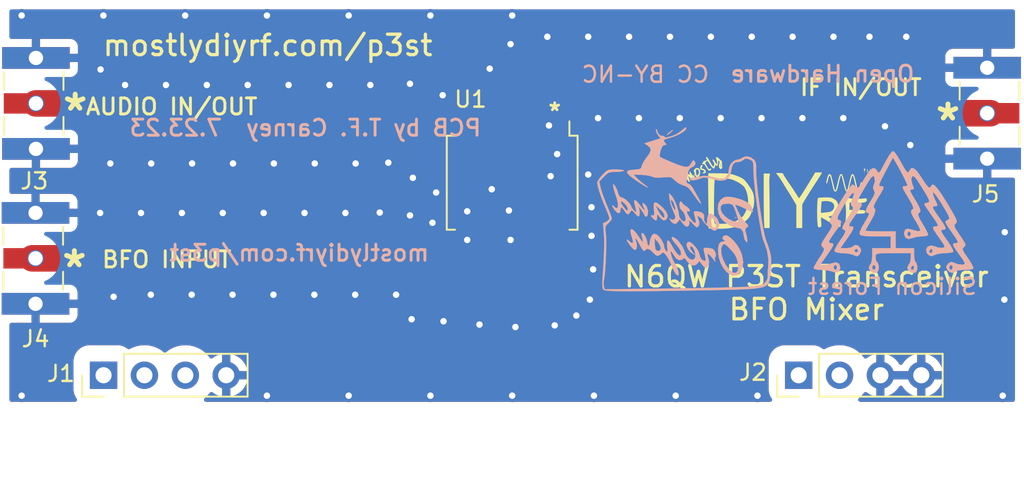
<source format=kicad_pcb>
(kicad_pcb (version 20221018) (generator pcbnew)
  (layers (0 "F.Cu" signal) (31 "B.Cu" signal) (34 "B.Paste" user) (35 "F.Paste" user) (36 "B.SilkS" user "B.Silkscreen") (37 "F.SilkS" user "F.Silkscreen") (38 "B.Mask" user) (39 "F.Mask" user) (44 "Edge.Cuts" user))
  (net 0 "")
  (net 3 "GND")
  (net 7 "Net-(J3-Pad1)")
  (net 8 "Net-(J4-Pad1)")
  (net 9 "Net-(J5-Pad1)")
  (footprint "K7TFC:SMA_EdgeMount_0.062_Samtec_wHoles" (layer "F.Cu") (at 141.859 82.55 -90)
    (fp_text reference "J3" (at 4.826 0.1016 180) (layer "F.SilkS"))
    (fp_text value "Conn_01x02" hide)
    (pad "1" thru_hole circle (at 0 0 270) (size 1.016 1.016) (drill 0.889) (layers "*.Cu" "*.Mask") (net 7 "Net-(J3-Pad1)"))
    (pad "1" smd rect (at 0 0.2 270) (size 1.27 3.6) (layers "F.Cu" "F.Paste" "F.Mask") (net 7 "Net-(J3-Pad1)"))
    (pad "2" thru_hole circle (at -2.825 0 270) (size 1.016 1.016) (drill 0.889) (layers "*.Cu" "*.Mask") (net 3 "GND"))
    (pad "2" smd rect (at -2.825 0 270) (size 1.35 4.2) (layers "F.Cu" "F.Paste" "F.Mask") (net 3 "GND"))
    (pad "2" smd rect (at -2.825 0 270) (size 1.35 4.2) (layers "B.Cu" "B.Paste" "B.Mask") (net 3 "GND"))
    (pad "2" thru_hole circle (at 2.825 0 270) (size 1.016 1.016) (drill 0.889) (layers "*.Cu" "*.Mask") (net 3 "GND"))
    (pad "2" smd rect (at 2.825 0 270) (size 1.35 4.2) (layers "F.Cu" "F.Paste" "F.Mask") (net 3 "GND"))
    (pad "2" smd rect (at 2.825 0 270) (size 1.35 4.2) (layers "B.Cu" "B.Paste" "B.Mask") (net 3 "GND"))
  )
  (footprint "K7TFC:SMA_EdgeMount_0.062_Samtec_wHoles" (layer "F.Cu") (at 141.8336 92.1766 -90)
    (fp_text reference "J4" (at 5.0038 0 180) (layer "F.SilkS"))
    (fp_text value "Conn_01x02" hide)
    (pad "1" thru_hole circle (at 0 0 270) (size 1.016 1.016) (drill 0.889) (layers "*.Cu" "*.Mask") (net 8 "Net-(J4-Pad1)"))
    (pad "1" smd rect (at 0 0.2 270) (size 1.27 3.6) (layers "F.Cu" "F.Paste" "F.Mask") (net 8 "Net-(J4-Pad1)"))
    (pad "2" thru_hole circle (at -2.825 0 270) (size 1.016 1.016) (drill 0.889) (layers "*.Cu" "*.Mask") (net 3 "GND"))
    (pad "2" smd rect (at -2.825 0 270) (size 1.35 4.2) (layers "F.Cu" "F.Paste" "F.Mask") (net 3 "GND"))
    (pad "2" smd rect (at -2.825 0 270) (size 1.35 4.2) (layers "B.Cu" "B.Paste" "B.Mask") (net 3 "GND"))
    (pad "2" thru_hole circle (at 2.825 0 270) (size 1.016 1.016) (drill 0.889) (layers "*.Cu" "*.Mask") (net 3 "GND"))
    (pad "2" smd rect (at 2.825 0 270) (size 1.35 4.2) (layers "F.Cu" "F.Paste" "F.Mask") (net 3 "GND"))
    (pad "2" smd rect (at 2.825 0 270) (size 1.35 4.2) (layers "B.Cu" "B.Paste" "B.Mask") (net 3 "GND"))
  )
  (footprint "Connector_PinHeader_2.54mm:PinHeader_1x04_P2.54mm_Vertical" (layer "F.Cu") (at 146.06 99.441 90)
    (fp_text reference "J1" (at 0.1016 -2.6516 180) (layer "F.SilkS"))
    (fp_text value "Conn_01x04_Male")
    (pad "1" thru_hole rect (at 0 0 90) (size 1.7 1.7) (drill 1) (layers "*.Cu" "*.Mask"))
    (pad "2" thru_hole oval (at 0 2.54 90) (size 1.7 1.7) (drill 1) (layers "*.Cu" "*.Mask"))
    (pad "3" thru_hole oval (at 0 5.08 90) (size 1.7 1.7) (drill 1) (layers "*.Cu" "*.Mask"))
    (pad "4" thru_hole oval (at 0 7.62 90) (size 1.7 1.7) (drill 1) (layers "*.Cu" "*.Mask") (net 3 "GND"))
  )
  (footprint "K7TFC:SMA_EdgeMount_0.062_Samtec_wHoles" (layer "F.Cu") (at 200.9648 83.1596 90)
    (fp_text reference "J5" (at -5.0292 -0.1016 180) (layer "F.SilkS"))
    (fp_text value "Conn_01x02" hide)
    (pad "1" thru_hole circle (at 0 0 90) (size 1.016 1.016) (drill 0.889) (layers "*.Cu" "*.Mask") (net 9 "Net-(J5-Pad1)"))
    (pad "1" smd rect (at 0 0.2 90) (size 1.27 3.6) (layers "F.Cu" "F.Paste" "F.Mask") (net 9 "Net-(J5-Pad1)"))
    (pad "2" thru_hole circle (at -2.825 0 90) (size 1.016 1.016) (drill 0.889) (layers "*.Cu" "*.Mask") (net 3 "GND"))
    (pad "2" smd rect (at -2.825 0 90) (size 1.35 4.2) (layers "F.Cu" "F.Paste" "F.Mask") (net 3 "GND"))
    (pad "2" smd rect (at -2.825 0 90) (size 1.35 4.2) (layers "B.Cu" "B.Paste" "B.Mask") (net 3 "GND"))
    (pad "2" thru_hole circle (at 2.825 0 90) (size 1.016 1.016) (drill 0.889) (layers "*.Cu" "*.Mask") (net 3 "GND"))
    (pad "2" smd rect (at 2.825 0 90) (size 1.35 4.2) (layers "F.Cu" "F.Paste" "F.Mask") (net 3 "GND"))
    (pad "2" smd rect (at 2.825 0 90) (size 1.35 4.2) (layers "B.Cu" "B.Paste" "B.Mask") (net 3 "GND"))
  )
  (footprint "Graphics:portland_logo_11mm" (layer "F.Cu") (at 181.4322 89.662)
    (fp_text reference "G***" hide)
    (fp_text value "LOGO" hide)
  )
  (footprint "Graphics:diyrf_12mm" (layer "F.Cu") (at 187.9092 88.0364)
    (fp_text reference "G***" hide)
    (fp_text value "LOGO" hide)
  )
  (footprint "K7TFC:Mini-Circuits_ADE-1_CD636" (layer "F.Cu") (at 171.45 87.4776 -90)
    (fp_text reference "U1" (at -5.1816 2.5908 180) (layer "F.SilkS"))
    (fp_text value "ADE-1")
    (pad "1" smd rect (at -2.7305 -2.54 270) (size 2.921 1.65) (layers "F.Cu" "F.Paste" "F.Mask") (net 3 "GND"))
    (pad "2" smd rect (at -2.54 0 270) (size 2.54 1.65) (layers "F.Cu" "F.Paste" "F.Mask") (net 9 "Net-(J5-Pad1)"))
    (pad "3" smd rect (at -2.54 2.54 270) (size 2.54 1.65) (layers "F.Cu" "F.Paste" "F.Mask") (net 7 "Net-(J3-Pad1)"))
    (pad "4" smd rect (at 2.7305 2.54 270) (size 2.921 1.65) (layers "F.Cu" "F.Paste" "F.Mask") (net 3 "GND"))
    (pad "5" smd rect (at 2.7305 0 270) (size 2.921 1.65) (layers "F.Cu" "F.Paste" "F.Mask") (net 3 "GND"))
    (pad "6" smd rect (at 2.54 -2.54 270) (size 2.54 1.65) (layers "F.Cu" "F.Paste" "F.Mask") (net 8 "Net-(J4-Pad1)"))
  )
  (footprint "Connector_PinHeader_2.54mm:PinHeader_1x04_P2.54mm_Vertical" (layer "F.Cu") (at 189.25 99.441 90)
    (fp_text reference "J2" (at 0.1778 -2.8394 180) (layer "F.SilkS"))
    (fp_text value "Conn_01x04_Male")
    (pad "1" thru_hole rect (at 0 0 90) (size 1.7 1.7) (drill 1) (layers "*.Cu" "*.Mask"))
    (pad "2" thru_hole oval (at 0 2.54 90) (size 1.7 1.7) (drill 1) (layers "*.Cu" "*.Mask"))
    (pad "3" thru_hole oval (at 0 5.08 90) (size 1.7 1.7) (drill 1) (layers "*.Cu" "*.Mask") (net 3 "GND"))
    (pad "4" thru_hole oval (at 0 7.62 90) (size 1.7 1.7) (drill 1) (layers "*.Cu" "*.Mask") (net 3 "GND"))
  )
  (footprint "Graphics:silicon-forest_10mm" (layer "B.Cu") (at 195.1736 90.3986 180)
    (fp_text reference "G***" hide)
    (fp_text value "LOGO" hide)
    (fp_text user "Silicon Forest" (at 0.1016 -3.5306 unlocked) (layer "B.SilkS") (effects (justify mirror)))
  )
  (gr_text "PCB by T.F. Carney  7.23.23\n" (at 158.5976 84.074) (layer "B.SilkS") (effects (font (size 1 1) (thickness 0.1778)) (justify mirror)))
  (gr_text "Open Hardware" (at 190.7286 80.7212) (layer "B.SilkS") (effects (font (size 1 1) (thickness 0.1778)) (justify mirror)))
  (gr_text "mostlydiyrf.com/p3st" (at 158.2166 91.8464) (layer "B.SilkS") (effects (font (size 1 1) (thickness 0.1778)) (justify mirror)))
  (gr_text "CC BY-NC" (at 179.7304 80.7466) (layer "B.SilkS") (effects (font (size 1 1)) (justify mirror)))
  (gr_text "N6QW P3ST Transceiver\nBFO Mixer" (at 189.738 94.3356) (layer "F.SilkS") (effects (font (size 1.27 1.27) (thickness 0.2032))))
  (gr_text "IF IN/OUT" (at 193.1162 81.5594) (layer "F.SilkS") (effects (font (size 1 1) (thickness 0.1778))))
  (gr_text "*" (at 174.0916 83.058) (layer "F.SilkS") (effects (font (size 1 1) (thickness 0.1778))))
  (gr_text "mostlydiyrf.com/p3st" (at 156.2608 78.9432) (layer "F.SilkS") (effects (font (size 1.27 1.27) (thickness 0.2032))))
  (gr_text "*" (at 144.2974 83.0834) (layer "F.SilkS") (effects (font (size 2.032 2.032) (thickness 0.3048))))
  (gr_text "*" (at 198.5264 83.693) (layer "F.SilkS") (effects (font (size 2.032 2.032) (thickness 0.3048))))
  (gr_text "*" (at 144.2466 92.8116) (layer "F.SilkS") (effects (font (size 2.032 2.032) (thickness 0.3048))))
  (gr_text "BFO INPUT" (at 149.987 92.2528) (layer "F.SilkS") (effects (font (size 1 1) (thickness 0.1778))))
  (gr_text "AUDIO IN/OUT" (at 150.2918 82.7532) (layer "F.SilkS") (effects (font (size 1 1) (thickness 0.180594))))
  (via (at 149.0218 86.2838) (size 0.8) (drill 0.4) (layers "F.Cu" "B.Cu") (net 3))
  (via (at 166.37 100.711) (size 0.8) (drill 0.4) (layers "F.Cu" "B.Cu") (net 3))
  (via (at 165.1 89.5096) (size 0.8) (drill 0.4) (layers "F.Cu" "B.Cu") (net 3))
  (via (at 168.656 91.0336) (size 0.8) (drill 0.4) (layers "F.Cu" "B.Cu") (net 3))
  (via (at 178.7144 78.4098) (size 0.8) (drill 0.4) (layers "F.Cu" "B.Cu") (net 3))
  (via (at 176.1744 78.4098) (size 0.8) (drill 0.4) (layers "F.Cu" "B.Cu") (net 3))
  (via (at 167.1828 96.0882) (size 0.8) (drill 0.4) (layers "F.Cu" "B.Cu") (net 3))
  (via (at 151.5618 86.2838) (size 0.8) (drill 0.4) (layers "F.Cu" "B.Cu") (net 3))
  (via (at 168.656 89.2556) (size 0.8) (drill 0.4) (layers "F.Cu" "B.Cu") (net 3))
  (via (at 176.1744 86.9696) (size 0.8) (drill 0.4) (layers "F.Cu" "B.Cu") (net 3))
  (via (at 151.13 77.089) (size 0.8) (drill 0.4) (layers "F.Cu" "B.Cu") (net 3))
  (via (at 154.1018 86.2838) (size 0.8) (drill 0.4) (layers "F.Cu" "B.Cu") (net 3))
  (via (at 145.8468 89.3572) (size 0.8) (drill 0.4) (layers "F.Cu" "B.Cu") (net 3))
  (via (at 156.21 77.089) (size 0.8) (drill 0.4) (layers "F.Cu" "B.Cu") (net 3))
  (via (at 186.3344 78.4098) (size 0.8) (drill 0.4) (layers "F.Cu" "B.Cu") (net 3))
  (via (at 153.4668 89.3572) (size 0.8) (drill 0.4) (layers "F.Cu" "B.Cu") (net 3))
  (via (at 171.3484 78.867) (size 0.8) (drill 0.4) (layers "F.Cu" "B.Cu") (net 3))
  (via (at 146.685 94.5642) (size 0.8) (drill 0.4) (layers "F.Cu" "B.Cu") (net 3))
  (via (at 196.1896 85.1408) (size 0.8) (drill 0.4) (layers "F.Cu" "B.Cu") (net 3))
  (via (at 157.5562 81.407) (size 0.8) (drill 0.4) (layers "F.Cu" "B.Cu") (net 3))
  (via (at 159.1564 94.4372) (size 0.8) (drill 0.4) (layers "F.Cu" "B.Cu") (net 3))
  (via (at 161.29 100.711) (size 0.8) (drill 0.4) (layers "F.Cu" "B.Cu") (net 3))
  (via (at 176.4792 92.8624) (size 0.8) (drill 0.4) (layers "F.Cu" "B.Cu") (net 3))
  (via (at 194.6148 83.9724) (size 0.8) (drill 0.4) (layers "F.Cu" "B.Cu") (net 3))
  (via (at 165.1 81.3308) (size 0.8) (drill 0.4) (layers "F.Cu" "B.Cu") (net 3))
  (via (at 156.6164 94.4372) (size 0.8) (drill 0.4) (layers "F.Cu" "B.Cu") (net 3))
  (via (at 147.3962 81.407) (size 0.8) (drill 0.4) (layers "F.Cu" "B.Cu") (net 3))
  (via (at 191.4144 78.4098) (size 0.8) (drill 0.4) (layers "F.Cu" "B.Cu") (net 3))
  (via (at 145.8722 80.4418) (size 0.8) (drill 0.4) (layers "F.Cu" "B.Cu") (net 3))
  (via (at 170.053 80.391) (size 0.8) (drill 0.4) (layers "F.Cu" "B.Cu") (net 3))
  (via (at 202.057 90.551) (size 0.8) (drill 0.4) (layers "F.Cu" "B.Cu") (net 3))
  (via (at 181.864 83.4644) (size 0.8) (drill 0.4) (layers "F.Cu" "B.Cu") (net 3))
  (via (at 181.2544 78.4098) (size 0.8) (drill 0.4) (layers "F.Cu" "B.Cu") (net 3))
  (via (at 161.29 77.089) (size 0.8) (drill 0.4) (layers "F.Cu" "B.Cu") (net 3))
  (via (at 171.6532 96.4438) (size 0.8) (drill 0.4) (layers "F.Cu" "B.Cu") (net 3))
  (via (at 179.324 83.4644) (size 0.8) (drill 0.4) (layers "F.Cu" "B.Cu") (net 3))
  (via (at 156.0068 89.3572) (size 0.8) (drill 0.4) (layers "F.Cu" "B.Cu") (net 3))
  (via (at 140.97 77.089) (size 0.8) (drill 0.4) (layers "F.Cu" "B.Cu") (net 3))
  (via (at 169.418 96.2914) (size 0.8) (drill 0.4) (layers "F.Cu" "B.Cu") (net 3))
  (via (at 154.0764 94.4372) (size 0.8) (drill 0.4) (layers "F.Cu" "B.Cu") (net 3))
  (via (at 149.9362 81.407) (size 0.8) (drill 0.4) (layers "F.Cu" "B.Cu") (net 3))
  (via (at 161.7218 86.2838) (size 0.8) (drill 0.4) (layers "F.Cu" "B.Cu") (net 3))
  (via (at 184.404 83.4644) (size 0.8) (drill 0.4) (layers "F.Cu" "B.Cu") (net 3))
  (via (at 148.9964 94.4372) (size 0.8) (drill 0.4) (layers "F.Cu" "B.Cu") (net 3))
  (via (at 167.132 82.042) (size 0.8) (drill 0.4) (layers "F.Cu" "B.Cu") (net 3))
  (via (at 164.2364 94.4372) (size 0.8) (drill 0.4) (layers "F.Cu" "B.Cu") (net 3))
  (via (at 189.484 83.4644) (size 0.8) (drill 0.4) (layers "F.Cu" "B.Cu") (net 3))
  (via (at 171.45 100.711) (size 0.8) (drill 0.4) (layers "F.Cu" "B.Cu") (net 3))
  (via (at 173.8376 87.0712) (size 0.8) (drill 0.4) (layers "F.Cu" "B.Cu") (net 3))
  (via (at 140.97 100.711) (size 0.8) (drill 0.4) (layers "F.Cu" "B.Cu") (net 3))
  (via (at 186.944 83.4644) (size 0.8) (drill 0.4) (layers "F.Cu" "B.Cu") (net 3))
  (via (at 163.2204 89.3318) (size 0.8) (drill 0.4) (layers "F.Cu" "B.Cu") (net 3))
  (via (at 156.21 100.711) (size 0.8) (drill 0.4) (layers "F.Cu" "B.Cu") (net 3))
  (via (at 152.4762 81.407) (size 0.8) (drill 0.4) (layers "F.Cu" "B.Cu") (net 3))
  (via (at 160.0962 81.407) (size 0.8) (drill 0.4) (layers "F.Cu" "B.Cu") (net 3))
  (via (at 176.784 83.4644) (size 0.8) (drill 0.4) (layers "F.Cu" "B.Cu") (net 3))
  (via (at 176.53 100.711) (size 0.8) (drill 0.4) (layers "F.Cu" "B.Cu") (net 3))
  (via (at 176.3776 89.0016) (size 0.8) (drill 0.4) (layers "F.Cu" "B.Cu") (net 3))
  (via (at 170.18 87.884) (size 0.8) (drill 0.4) (layers "F.Cu" "B.Cu") (net 3))
  (via (at 195.9356 78.4098) (size 0.8) (drill 0.4) (layers "F.Cu" "B.Cu") (net 3))
  (via (at 171.2468 89.2048) (size 0.8) (drill 0.4) (layers "F.Cu" "B.Cu") (net 3))
  (via (at 192.024 83.4644) (size 0.8) (drill 0.4) (layers "F.Cu" "B.Cu") (net 3))
  (via (at 146.05 77.089) (size 0.8) (drill 0.4) (layers "F.Cu" "B.Cu") (net 3))
  (via (at 159.1818 86.2838) (size 0.8) (drill 0.4) (layers "F.Cu" "B.Cu") (net 3))
  (via (at 176.3776 90.7796) (size 0.8) (drill 0.4) (layers "F.Cu" "B.Cu") (net 3))
  (via (at 156.6418 86.2838) (size 0.8) (drill 0.4) (layers "F.Cu" "B.Cu") (net 3))
  (via (at 162.6362 81.407) (size 0.8) (drill 0.4) (layers "F.Cu" "B.Cu") (net 3))
  (via (at 155.0162 81.407) (size 0.8) (drill 0.4) (layers "F.Cu" "B.Cu") (net 3))
  (via (at 175.4378 95.7326) (size 0.8) (drill 0.4) (layers "F.Cu" "B.Cu") (net 3))
  (via (at 201.93 100.711) (size 0.8) (drill 0.4) (layers "F.Cu" "B.Cu") (net 3))
  (via (at 161.0868 89.3572) (size 0.8) (drill 0.4) (layers "F.Cu" "B.Cu") (net 3))
  (via (at 151.5364 94.4372) (size 0.8) (drill 0.4) (layers "F.Cu" "B.Cu") (net 3))
  (via (at 146.4818 86.2838) (size 0.8) (drill 0.4) (layers "F.Cu" "B.Cu") (net 3))
  (via (at 165.2016 95.9612) (size 0.8) (drill 0.4) (layers "F.Cu" "B.Cu") (net 3))
  (via (at 150.9268 89.3572) (size 0.8) (drill 0.4) (layers "F.Cu" "B.Cu") (net 3))
  (via (at 176.276 94.742) (size 0.8) (drill 0.4) (layers "F.Cu" "B.Cu") (net 3))
  (via (at 173.6344 78.4098) (size 0.8) (drill 0.4) (layers "F.Cu" "B.Cu") (net 3))
  (via (at 193.6496 78.4098) (size 0.8) (drill 0.4) (layers "F.Cu" "B.Cu") (net 3))
  (via (at 148.3868 89.3572) (size 0.8) (drill 0.4) (layers "F.Cu" "B.Cu") (net 3))
  (via (at 188.8744 78.4098) (size 0.8) (drill 0.4) (layers "F.Cu" "B.Cu") (net 3))
  (via (at 166.497 89.9668) (size 0.8) (drill 0.4) (layers "F.Cu" "B.Cu") (net 3))
  (via (at 174.244 85.6996) (size 0.8) (drill 0.4) (layers "F.Cu" "B.Cu") (net 3))
  (via (at 183.7944 78.4098) (size 0.8) (drill 0.4) (layers "F.Cu" "B.Cu") (net 3))
  (via (at 165.2778 87.1728) (size 0.8) (drill 0.4) (layers "F.Cu" "B.Cu") (net 3))
  (via (at 158.5468 89.3572) (size 0.8) (drill 0.4) (layers "F.Cu" "B.Cu") (net 3))
  (via (at 163.7538 86.233) (size 0.8) (drill 0.4) (layers "F.Cu" "B.Cu") (net 3))
  (via (at 202.0316 94.742) (size 0.8) (drill 0.4) (layers "F.Cu" "B.Cu") (net 3))
  (via (at 186.69 100.711) (size 0.8) (drill 0.4) (layers "F.Cu" "B.Cu") (net 3))
  (via (at 166.7256 88.0872) (size 0.8) (drill 0.4) (layers "F.Cu" "B.Cu") (net 3))
  (via (at 171.45 77.089) (size 0.8) (drill 0.4) (layers "F.Cu" "B.Cu") (net 3))
  (via (at 181.61 100.711) (size 0.8) (drill 0.4) (layers "F.Cu" "B.Cu") (net 3))
  (via (at 174.0916 96.3422) (size 0.8) (drill 0.4) (layers "F.Cu" "B.Cu") (net 3))
  (via (at 171.3484 91.0336) (size 0.8) (drill 0.4) (layers "F.Cu" "B.Cu") (net 3))
  (via (at 161.6964 94.4372) (size 0.8) (drill 0.4) (layers "F.Cu" "B.Cu") (net 3))
  (via (at 166.37 77.089) (size 0.8) (drill 0.4) (layers "F.Cu" "B.Cu") (net 3))
  (via (at 173.736 83.9216) (size 0.8) (drill 0.4) (layers "F.Cu" "B.Cu") (net 3))
  (segment (start 168.91 84.9376) (end 166.4716 84.9376) (width 1.651) (layer "F.Cu") (net 7))
  (segment (start 165.354 83.82) (end 146.0545 83.82) (width 1.651) (layer "F.Cu") (net 7))
  (segment (start 144.7845 82.55) (end 141.859 82.55) (width 1.651) (layer "F.Cu") (net 7))
  (segment (start 146.0545 83.82) (end 144.7845 82.55) (width 1.651) (layer "F.Cu") (net 7))
  (segment (start 166.4716 84.9376) (end 165.354 83.82) (width 1.651) (layer "F.Cu") (net 7))
  (segment (start 147.96273 91.9417) (end 165.27007 91.9417) (width 1.651) (layer "F.Cu") (net 8))
  (segment (start 173.8625 93.7641) (end 174.1165 93.5101) (width 1.651) (layer "F.Cu") (net 8))
  (segment (start 147.72783 92.1766) (end 147.96273 91.9417) (width 1.651) (layer "F.Cu") (net 8))
  (segment (start 165.27007 91.9417) (end 167.09247 93.7641) (width 1.651) (layer "F.Cu") (net 8))
  (segment (start 167.09247 93.7641) (end 173.8625 93.7641) (width 1.651) (layer "F.Cu") (net 8))
  (segment (start 174.1165 93.5101) (end 174.1165 90.0176) (width 1.651) (layer "F.Cu") (net 8))
  (segment (start 141.6336 92.1766) (end 147.72783 92.1766) (width 1.651) (layer "F.Cu") (net 8))
  (segment (start 201.1648 83.1596) (end 197.7138 83.1596) (width 1.651) (layer "F.Cu") (net 9))
  (segment (start 195.4786 80.9244) (end 172.7708 80.9244) (width 1.651) (layer "F.Cu") (net 9))
  (segment (start 171.45 84.9376) (end 171.45 82.2452) (width 1.651) (layer "F.Cu") (net 9))
  (segment (start 197.7138 83.1596) (end 195.4786 80.9244) (width 1.651) (layer "F.Cu") (net 9))
  (segment (start 171.45 82.2452) (end 172.7708 80.9244) (width 1.651) (layer "F.Cu") (net 9))
  (zone (net 3) (net_name "GND") (layers "F&B.Cu") (connect_pads (clearance 0.508)) (min_thickness 0.254) (fill yes (thermal_gap 0.508) (thermal_bridge_width 0.508))
    (polygon (pts (xy 203.073 101.473) (xy 139.827 101.473) (xy 139.827 76.327) (xy 203.073 76.327)))
  )
)
</source>
